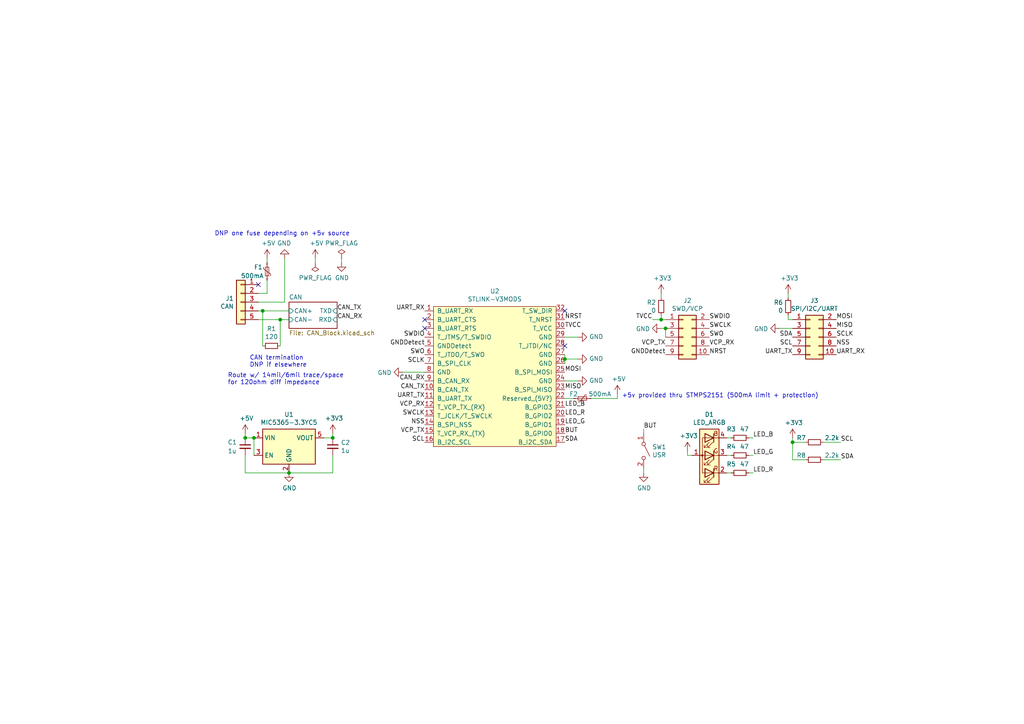
<source format=kicad_sch>
(kicad_sch (version 20211123) (generator eeschema)
  (paper "A4")
  (lib_symbols
    (symbol "Connector_Generic:Conn_01x05" (pin_names (offset 1.016) hide)
      (property "Reference" "J" (at 0 7.62 0))
      (property "Value" "Conn_01x05" (at 0 -7.62 0))
      (symbol "Conn_01x05_1_1"
        (rectangle (start -1.27 -4.953) (end 0 -5.207) (stroke (width 0.1524)))
        (rectangle (start -1.27 -2.413) (end 0 -2.667) (stroke (width 0.1524)))
        (rectangle (start -1.27 0.127) (end 0 -0.127) (stroke (width 0.1524)))
        (rectangle (start -1.27 2.667) (end 0 2.413) (stroke (width 0.1524)))
        (rectangle (start -1.27 5.207) (end 0 4.953) (stroke (width 0.1524)))
        (rectangle (start -1.27 6.35) (end 1.27 -6.35) (stroke (width 0.254)) (fill (type background)))
        (pin passive line (at -5.08 5.08 0) (length 3.81) (name "Pin_1") (number "1"))
        (pin passive line (at -5.08 2.54 0) (length 3.81) (name "Pin_2") (number "2"))
        (pin passive line (at -5.08 0 0) (length 3.81) (name "Pin_3") (number "3"))
        (pin passive line (at -5.08 -2.54 0) (length 3.81) (name "Pin_4") (number "4"))
        (pin passive line (at -5.08 -5.08 0) (length 3.81) (name "Pin_5") (number "5"))
      )
    )
    (symbol "Connector_Generic:Conn_02x05_Odd_Even" (pin_names (offset 1.016) hide)
      (property "Reference" "J" (at 1.27 7.62 0))
      (property "Value" "Conn_02x05_Odd_Even" (at 1.27 -7.62 0))
      (symbol "Conn_02x05_Odd_Even_1_1"
        (rectangle (start -1.27 -4.953) (end 0 -5.207) (stroke (width 0.1524)))
        (rectangle (start -1.27 -2.413) (end 0 -2.667) (stroke (width 0.1524)))
        (rectangle (start -1.27 0.127) (end 0 -0.127) (stroke (width 0.1524)))
        (rectangle (start -1.27 2.667) (end 0 2.413) (stroke (width 0.1524)))
        (rectangle (start -1.27 5.207) (end 0 4.953) (stroke (width 0.1524)))
        (rectangle (start -1.27 6.35) (end 3.81 -6.35) (stroke (width 0.254)) (fill (type background)))
        (rectangle (start 3.81 -4.953) (end 2.54 -5.207) (stroke (width 0.1524)))
        (rectangle (start 3.81 -2.413) (end 2.54 -2.667) (stroke (width 0.1524)))
        (rectangle (start 3.81 0.127) (end 2.54 -0.127) (stroke (width 0.1524)))
        (rectangle (start 3.81 2.667) (end 2.54 2.413) (stroke (width 0.1524)))
        (rectangle (start 3.81 5.207) (end 2.54 4.953) (stroke (width 0.1524)))
        (pin passive line (at -5.08 5.08 0) (length 3.81) (name "Pin_1") (number "1"))
        (pin passive line (at 7.62 -5.08 180) (length 3.81) (name "Pin_10") (number "10"))
        (pin passive line (at 7.62 5.08 180) (length 3.81) (name "Pin_2") (number "2"))
        (pin passive line (at -5.08 2.54 0) (length 3.81) (name "Pin_3") (number "3"))
        (pin passive line (at 7.62 2.54 180) (length 3.81) (name "Pin_4") (number "4"))
        (pin passive line (at -5.08 0 0) (length 3.81) (name "Pin_5") (number "5"))
        (pin passive line (at 7.62 0 180) (length 3.81) (name "Pin_6") (number "6"))
        (pin passive line (at -5.08 -2.54 0) (length 3.81) (name "Pin_7") (number "7"))
        (pin passive line (at 7.62 -2.54 180) (length 3.81) (name "Pin_8") (number "8"))
        (pin passive line (at -5.08 -5.08 0) (length 3.81) (name "Pin_9") (number "9"))
      )
    )
    (symbol "Device:C_Small" (pin_numbers hide) (pin_names (offset 0.254) hide)
      (property "Reference" "C" (at 0.254 1.778 0))
      (property "Value" "C_Small" (at 0.254 -2.032 0))
      (symbol "C_Small_0_1"
        (polyline (pts (xy -1.524 -0.508) (xy 1.524 -0.508)) (stroke (width 0.3302)))
        (polyline (pts (xy -1.524 0.508) (xy 1.524 0.508)) (stroke (width 0.3048)))
      )
      (symbol "C_Small_1_1"
        (pin passive line (at 0 2.54 270) (length 2.032) (name "~") (number "1"))
        (pin passive line (at 0 -2.54 90) (length 2.032) (name "~") (number "2"))
      )
    )
    (symbol "Device:LED_ARGB" (pin_names (offset 0) hide)
      (property "Reference" "D" (at 0 9.398 0))
      (property "Value" "LED_ARGB" (at 0 -8.89 0))
      (symbol "LED_ARGB_0_0"
        (text "B" (at -1.905 -6.35 0) (effects (font (size 1.27 1.27))))
        (text "G" (at -1.905 -1.27 0) (effects (font (size 1.27 1.27))))
        (text "R" (at -1.905 3.81 0) (effects (font (size 1.27 1.27))))
      )
      (symbol "LED_ARGB_0_1"
        (polyline (pts (xy -1.27 -5.08) (xy -2.54 -5.08)))
        (polyline (pts (xy -1.27 -5.08) (xy 1.27 -5.08)))
        (polyline (pts (xy -1.27 -3.81) (xy -1.27 -6.35)) (stroke (width 0.254)))
        (polyline (pts (xy -1.27 0) (xy -2.54 0)))
        (polyline (pts (xy -1.27 1.27) (xy -1.27 -1.27)) (stroke (width 0.254)))
        (polyline (pts (xy -1.27 5.08) (xy -2.54 5.08)))
        (polyline (pts (xy -1.27 5.08) (xy 1.27 5.08)))
        (polyline (pts (xy -1.27 6.35) (xy -1.27 3.81)) (stroke (width 0.254)))
        (polyline (pts (xy 1.27 0) (xy -1.27 0)))
        (polyline (pts (xy 1.27 0) (xy 2.54 0)))
        (polyline (pts (xy -1.27 1.27) (xy -1.27 -1.27) (xy -1.27 -1.27)))
        (polyline (pts (xy -1.27 6.35) (xy -1.27 3.81) (xy -1.27 3.81)))
        (polyline (pts (xy 1.27 -5.08) (xy 2.032 -5.08) (xy 2.032 5.08) (xy 1.27 5.08)))
        (polyline (pts (xy 1.27 -3.81) (xy 1.27 -6.35) (xy -1.27 -5.08) (xy 1.27 -3.81)) (stroke (width 0.254)))
        (polyline (pts (xy 1.27 1.27) (xy 1.27 -1.27) (xy -1.27 0) (xy 1.27 1.27)) (stroke (width 0.254)))
        (polyline (pts (xy 1.27 6.35) (xy 1.27 3.81) (xy -1.27 5.08) (xy 1.27 6.35)) (stroke (width 0.254)))
        (polyline (pts (xy -1.016 -3.81) (xy 0.508 -2.286) (xy -0.254 -2.286) (xy 0.508 -2.286) (xy 0.508 -3.048)))
        (polyline (pts (xy -1.016 1.27) (xy 0.508 2.794) (xy -0.254 2.794) (xy 0.508 2.794) (xy 0.508 2.032)))
        (polyline (pts (xy -1.016 6.35) (xy 0.508 7.874) (xy -0.254 7.874) (xy 0.508 7.874) (xy 0.508 7.112)))
        (polyline (pts (xy 0 -3.81) (xy 1.524 -2.286) (xy 0.762 -2.286) (xy 1.524 -2.286) (xy 1.524 -3.048)))
        (polyline (pts (xy 0 1.27) (xy 1.524 2.794) (xy 0.762 2.794) (xy 1.524 2.794) (xy 1.524 2.032)))
        (polyline (pts (xy 0 6.35) (xy 1.524 7.874) (xy 0.762 7.874) (xy 1.524 7.874) (xy 1.524 7.112)))
        (rectangle (start 1.27 -1.27) (end 1.27 1.27))
        (rectangle (start 1.27 1.27) (end 1.27 1.27))
        (rectangle (start 1.27 3.81) (end 1.27 6.35))
        (rectangle (start 1.27 6.35) (end 1.27 6.35))
        (circle (center 2.032 0) (radius 0.254) (fill (type outline)))
        (rectangle (start 2.794 8.382) (end -2.794 -7.62) (stroke (width 0.254)) (fill (type background)))
      )
      (symbol "LED_ARGB_1_1"
        (pin passive line (at 5.08 0 180) (length 2.54) (name "A") (number "1"))
        (pin passive line (at -5.08 5.08 0) (length 2.54) (name "RK") (number "2"))
        (pin passive line (at -5.08 0 0) (length 2.54) (name "GK") (number "3"))
        (pin passive line (at -5.08 -5.08 0) (length 2.54) (name "BK") (number "4"))
      )
    )
    (symbol "Device:Polyfuse_Small" (pin_numbers hide) (pin_names (offset 0))
      (property "Reference" "F" (at -1.905 0 90))
      (property "Value" "Polyfuse_Small" (at 1.905 0 90))
      (symbol "Polyfuse_Small_0_1"
        (rectangle (start -0.508 1.27) (end 0.508 -1.27))
        (polyline (pts (xy 0 2.54) (xy 0 -2.54)))
        (polyline (pts (xy -1.016 1.27) (xy -1.016 0.762) (xy 1.016 -0.762) (xy 1.016 -1.27)))
      )
      (symbol "Polyfuse_Small_1_1"
        (pin passive line (at 0 2.54 270) (length 0.635) (name "~") (number "1"))
        (pin passive line (at 0 -2.54 90) (length 0.635) (name "~") (number "2"))
      )
    )
    (symbol "Device:R_Small" (pin_numbers hide) (pin_names (offset 0.254) hide)
      (property "Reference" "R" (at 0.762 0.508 0))
      (property "Value" "R_Small" (at 0.762 -1.016 0))
      (symbol "R_Small_0_1"
        (rectangle (start -0.762 1.778) (end 0.762 -1.778) (stroke (width 0.2032)))
      )
      (symbol "R_Small_1_1"
        (pin passive line (at 0 2.54 270) (length 0.762) (name "~") (number "1"))
        (pin passive line (at 0 -2.54 90) (length 0.762) (name "~") (number "2"))
      )
    )
    (symbol "Regulator_Linear:MIC5365-3.3YC5"
      (property "Reference" "U" (at -6.35 6.35 0))
      (property "Value" "MIC5365-3.3YC5" (at 0 6.35 0))
      (symbol "MIC5365-3.3YC5_0_1"
        (rectangle (start -7.62 -5.08) (end 7.62 5.08) (stroke (width 0.254)) (fill (type background)))
      )
      (symbol "MIC5365-3.3YC5_1_1"
        (pin power_in line (at -10.16 2.54 0) (length 2.54) (name "VIN") (number "1"))
        (pin power_in line (at 0 -7.62 90) (length 2.54) (name "GND") (number "2"))
        (pin input line (at -10.16 -2.54 0) (length 2.54) (name "EN") (number "3"))
        (pin no_connect line (at 7.62 -2.54 180) (length 2.54) hide (name "NC") (number "4"))
        (pin power_out line (at 10.16 2.54 180) (length 2.54) (name "VOUT") (number "5"))
      )
    )
    (symbol "Switch:SW_SPST" (pin_names (offset 0) hide)
      (property "Reference" "SW" (at 0 3.175 0))
      (property "Value" "SW_SPST" (at 0 -2.54 0))
      (symbol "SW_SPST_0_0"
        (circle (center -2.032 0) (radius 0.508))
        (polyline (pts (xy -1.524 0.254) (xy 1.524 1.778)))
        (circle (center 2.032 0) (radius 0.508))
      )
      (symbol "SW_SPST_1_1"
        (pin passive line (at -5.08 0 0) (length 2.54) (name "A") (number "1"))
        (pin passive line (at 5.08 0 180) (length 2.54) (name "B") (number "2"))
      )
    )
    (symbol "extraparts:STLINK-V3MODS" (pin_names (offset 1.016))
      (property "Reference" "U" (at -1.27 25.4 0))
      (property "Value" "STLINK-V3MODS" (at 0 22.86 0))
      (symbol "STLINK-V3MODS_0_1"
        (rectangle (start -17.78 20.32) (end 17.78 -20.32) (fill (type background)))
      )
      (symbol "STLINK-V3MODS_1_1"
        (pin input line (at -20.32 19.05 0) (length 2.54) (name "B_UART_RX") (number "1"))
        (pin output line (at -20.32 -3.81 0) (length 2.54) (name "B_CAN_TX") (number "10"))
        (pin output line (at -20.32 -6.35 0) (length 2.54) (name "B_UART_TX") (number "11"))
        (pin input line (at -20.32 -8.89 0) (length 2.54) (name "T_VCP_TX_(RX)") (number "12"))
        (pin output line (at -20.32 -11.43 0) (length 2.54) (name "T_JCLK/T_SWCLK") (number "13"))
        (pin bidirectional line (at -20.32 -13.97 0) (length 2.54) (name "B_SPI_NSS") (number "14"))
        (pin output line (at -20.32 -16.51 0) (length 2.54) (name "T_VCP_RX_(TX)") (number "15"))
        (pin output line (at -20.32 -19.05 0) (length 2.54) (name "B_I2C_SCL") (number "16"))
        (pin bidirectional line (at 20.32 -19.05 180) (length 2.54) (name "B_I2C_SDA") (number "17"))
        (pin bidirectional line (at 20.32 -16.51 180) (length 2.54) (name "B_GPIO0") (number "18"))
        (pin bidirectional line (at 20.32 -13.97 180) (length 2.54) (name "B_GPIO1") (number "19"))
        (pin input line (at -20.32 16.51 0) (length 2.54) (name "B_UART_CTS") (number "2"))
        (pin bidirectional line (at 20.32 -11.43 180) (length 2.54) (name "B_GPIO2") (number "20"))
        (pin bidirectional line (at 20.32 -8.89 180) (length 2.54) (name "B_GPIO3") (number "21"))
        (pin passive line (at 20.32 -6.35 180) (length 2.54) (name "Reserved_(5V?)") (number "22"))
        (pin bidirectional line (at 20.32 -3.81 180) (length 2.54) (name "B_SPI_MISO") (number "23"))
        (pin power_in line (at 20.32 -1.27 180) (length 2.54) (name "GND") (number "24"))
        (pin bidirectional line (at 20.32 1.27 180) (length 2.54) (name "B_SPI_MOSI") (number "25"))
        (pin power_in line (at 20.32 3.81 180) (length 2.54) (name "GND") (number "26"))
        (pin power_in line (at 20.32 6.35 180) (length 2.54) (name "GND") (number "27"))
        (pin output line (at 20.32 8.89 180) (length 2.54) (name "T_JTDI/NC") (number "28"))
        (pin power_in line (at 20.32 11.43 180) (length 2.54) (name "GND") (number "29"))
        (pin output line (at -20.32 13.97 0) (length 2.54) (name "B_UART_RTS") (number "3"))
        (pin input line (at 20.32 13.97 180) (length 2.54) (name "T_VCC") (number "30"))
        (pin output line (at 20.32 16.51 180) (length 2.54) (name "T_NRST") (number "31"))
        (pin output line (at 20.32 19.05 180) (length 2.54) (name "T_SW_DIR") (number "32"))
        (pin output line (at -20.32 11.43 0) (length 2.54) (name "T_JTMS/T_SWDIO") (number "4"))
        (pin input line (at -20.32 8.89 0) (length 2.54) (name "GNDDetect") (number "5"))
        (pin input line (at -20.32 6.35 0) (length 2.54) (name "T_JTDO/T_SWO") (number "6"))
        (pin bidirectional line (at -20.32 3.81 0) (length 2.54) (name "B_SPI_CLK") (number "7"))
        (pin power_in line (at -20.32 1.27 0) (length 2.54) (name "GND") (number "8"))
        (pin input line (at -20.32 -1.27 0) (length 2.54) (name "B_CAN_RX") (number "9"))
      )
    )
    (symbol "power:+3V3" (power) (pin_names (offset 0))
      (property "Value" "+3V3" (at 0 3.556 0))
      (symbol "+3V3_0_1"
        (polyline (pts (xy -0.762 1.27) (xy 0 2.54)))
        (polyline (pts (xy 0 0) (xy 0 2.54)))
        (polyline (pts (xy 0 2.54) (xy 0.762 1.27)))
      )
      (symbol "+3V3_1_1"
        (pin power_in line (at 0 0 90) (length 0) hide (name "+3V3") (number "1"))
      )
    )
    (symbol "power:+5V" (power) (pin_names (offset 0))
      (property "Value" "+5V" (at 0 3.556 0))
      (symbol "+5V_0_1"
        (polyline (pts (xy -0.762 1.27) (xy 0 2.54)))
        (polyline (pts (xy 0 0) (xy 0 2.54)))
        (polyline (pts (xy 0 2.54) (xy 0.762 1.27)))
      )
      (symbol "+5V_1_1"
        (pin power_in line (at 0 0 90) (length 0) hide (name "+5V") (number "1"))
      )
    )
    (symbol "power:GND" (power) (pin_names (offset 0))
      (property "Value" "GND" (at 0 -3.81 0))
      (symbol "GND_0_1"
        (polyline (pts (xy 0 0) (xy 0 -1.27) (xy 1.27 -1.27) (xy 0 -2.54) (xy -1.27 -1.27) (xy 0 -1.27)))
      )
      (symbol "GND_1_1"
        (pin power_in line (at 0 0 270) (length 0) hide (name "GND") (number "1"))
      )
    )
    (symbol "power:PWR_FLAG" (power) (pin_numbers hide) (pin_names (offset 0) hide)
      (property "Value" "PWR_FLAG" (at 0 3.81 0))
      (symbol "PWR_FLAG_0_0"
        (pin power_out line (at 0 0 90) (length 0) (name "pwr") (number "1"))
      )
      (symbol "PWR_FLAG_0_1"
        (polyline (pts (xy 0 0) (xy 0 1.27) (xy -1.016 1.905) (xy 0 2.54) (xy 1.016 1.905) (xy 0 1.27)))
      )
    )
  )
  (junction (at 193.04 95.25))
  (junction (at 81.28 92.71))
  (junction (at 76.2 90.17))
  (junction (at 163.83 104.14))
  (junction (at 73.66 127))
  (junction (at 71.12 127))
  (junction (at 96.52 127))
  (junction (at 229.87 128.27))
  (junction (at 191.77 92.71))
  (junction (at 83.82 137.16))
  (no_connect (at 163.83 100.33))
  (no_connect (at 123.19 92.71))
  (no_connect (at 163.83 90.17))
  (no_connect (at 123.19 95.25))
  (no_connect (at 74.93 82.55))
  (wire (pts (xy 163.83 104.14) (xy 163.83 102.87)))
  (wire (pts (xy 186.69 124.46) (xy 186.69 125.73)))
  (wire (pts (xy 171.45 115.57) (xy 179.07 115.57)))
  (wire (pts (xy 76.2 90.17) (xy 83.82 90.17)))
  (wire (pts (xy 77.47 85.09) (xy 77.47 81.28)))
  (wire (pts (xy 243.84 133.35) (xy 238.76 133.35)))
  (wire (pts (xy 191.77 91.44) (xy 191.77 92.71)))
  (wire (pts (xy 163.83 97.79) (xy 167.64 97.79)))
  (wire (pts (xy 163.83 105.41) (xy 163.83 104.14)))
  (wire (pts (xy 96.52 137.16) (xy 96.52 132.08)))
  (wire (pts (xy 189.23 92.71) (xy 191.77 92.71)))
  (wire (pts (xy 228.6 85.09) (xy 228.6 86.36)))
  (wire (pts (xy 82.55 87.63) (xy 82.55 74.93)))
  (wire (pts (xy 77.47 76.2) (xy 77.47 74.93)))
  (wire (pts (xy 229.87 127) (xy 229.87 128.27)))
  (wire (pts (xy 96.52 127) (xy 93.98 127)))
  (wire (pts (xy 96.52 127) (xy 96.52 125.73)))
  (wire (pts (xy 199.39 132.08) (xy 200.66 132.08)))
  (wire (pts (xy 83.82 137.16) (xy 96.52 137.16)))
  (wire (pts (xy 123.19 107.95) (xy 116.84 107.95)))
  (wire (pts (xy 229.87 133.35) (xy 233.68 133.35)))
  (wire (pts (xy 210.82 137.16) (xy 212.09 137.16)))
  (wire (pts (xy 191.77 95.25) (xy 193.04 95.25)))
  (wire (pts (xy 191.77 85.09) (xy 191.77 86.36)))
  (wire (pts (xy 193.04 97.79) (xy 193.04 95.25)))
  (wire (pts (xy 191.77 92.71) (xy 193.04 92.71)))
  (wire (pts (xy 83.82 92.71) (xy 81.28 92.71)))
  (wire (pts (xy 217.17 127) (xy 218.44 127)))
  (wire (pts (xy 91.44 74.93) (xy 91.44 76.2)))
  (wire (pts (xy 228.6 91.44) (xy 228.6 92.71)))
  (wire (pts (xy 217.17 137.16) (xy 218.44 137.16)))
  (wire (pts (xy 233.68 128.27) (xy 229.87 128.27)))
  (wire (pts (xy 81.28 92.71) (xy 74.93 92.71)))
  (wire (pts (xy 210.82 132.08) (xy 212.09 132.08)))
  (wire (pts (xy 83.82 137.16) (xy 71.12 137.16)))
  (wire (pts (xy 81.28 100.33) (xy 81.28 92.71)))
  (wire (pts (xy 74.93 90.17) (xy 76.2 90.17)))
  (wire (pts (xy 71.12 127) (xy 71.12 125.73)))
  (wire (pts (xy 229.87 128.27) (xy 229.87 133.35)))
  (wire (pts (xy 186.69 137.16) (xy 186.69 135.89)))
  (wire (pts (xy 166.37 115.57) (xy 163.83 115.57)))
  (wire (pts (xy 228.6 92.71) (xy 229.87 92.71)))
  (wire (pts (xy 179.07 115.57) (xy 179.07 114.3)))
  (wire (pts (xy 163.83 104.14) (xy 167.64 104.14)))
  (wire (pts (xy 76.2 100.33) (xy 76.2 90.17)))
  (wire (pts (xy 99.06 74.93) (xy 99.06 76.2)))
  (wire (pts (xy 74.93 87.63) (xy 82.55 87.63)))
  (wire (pts (xy 73.66 132.08) (xy 73.66 127)))
  (wire (pts (xy 210.82 127) (xy 212.09 127)))
  (wire (pts (xy 199.39 130.81) (xy 199.39 132.08)))
  (wire (pts (xy 163.83 110.49) (xy 167.64 110.49)))
  (wire (pts (xy 238.76 128.27) (xy 243.84 128.27)))
  (wire (pts (xy 74.93 85.09) (xy 77.47 85.09)))
  (wire (pts (xy 71.12 137.16) (xy 71.12 132.08)))
  (wire (pts (xy 226.06 95.25) (xy 229.87 95.25)))
  (wire (pts (xy 217.17 132.08) (xy 218.44 132.08)))
  (wire (pts (xy 71.12 127) (xy 73.66 127)))
  (text "+5v provided thru STMPS2151 (500mA limit + protection)" (at 180.34 115.57 0) (effects (font (size 1.27 1.27)) (justify left bottom)))
  (text "DNP one fuse depending on +5v source" (at 62.23 68.58 0) (effects (font (size 1.27 1.27)) (justify left bottom)))
  (text "Route w/ 14mil/6mil trace/space \nfor 120ohm diff impedance" (at 66.04 111.76 0) (effects (font (size 1.27 1.27)) (justify left bottom)))
  (text "CAN termination\nDNP if elsewhere" (at 72.39 106.68 0) (effects (font (size 1.27 1.27)) (justify left bottom)))
  (label "BUT" (at 186.69 124.46 0))
  (label "SCL" (at 229.87 100.33 180))
  (label "MOSI" (at 242.57 92.71 0))
  (label "SCL" (at 243.84 128.27 0))
  (label "TVCC" (at 163.83 95.25 0))
  (label "SWCLK" (at 205.74 95.25 0))
  (label "VCP_TX" (at 123.19 125.73 180))
  (label "SWDIO" (at 205.74 92.71 0))
  (label "SWCLK" (at 123.19 120.65 180))
  (label "SCLK" (at 242.57 97.79 0))
  (label "NRST" (at 163.83 92.71 0))
  (label "CAN_RX" (at 123.19 110.49 180))
  (label "GNDDetect" (at 123.19 100.33 180))
  (label "SDA" (at 163.83 128.27 0))
  (label "CAN_TX" (at 97.79 90.17 0))
  (label "UART_RX" (at 242.57 102.87 0))
  (label "NRST" (at 205.74 102.87 0))
  (label "GNDDetect" (at 193.04 102.87 180))
  (label "LED_G" (at 163.83 123.19 0))
  (label "NSS" (at 242.57 100.33 0))
  (label "CAN_TX" (at 123.19 113.03 180))
  (label "SDA" (at 229.87 97.79 180))
  (label "UART_TX" (at 229.87 102.87 180))
  (label "SDA" (at 243.84 133.35 0))
  (label "SWO" (at 205.74 97.79 0))
  (label "SCLK" (at 123.19 105.41 180))
  (label "SWDIO" (at 123.19 97.79 180))
  (label "TVCC" (at 189.23 92.71 180))
  (label "LED_G" (at 218.44 132.08 0))
  (label "MISO" (at 242.57 95.25 0))
  (label "BUT" (at 163.83 125.73 0))
  (label "LED_R" (at 163.83 120.65 0))
  (label "CAN_RX" (at 97.79 92.71 0))
  (label "LED_B" (at 163.83 118.11 0))
  (label "MISO" (at 163.83 113.03 0))
  (label "SCL" (at 123.19 128.27 180))
  (label "VCP_RX" (at 123.19 118.11 180))
  (label "VCP_TX" (at 193.04 100.33 180))
  (label "LED_R" (at 218.44 137.16 0))
  (label "MOSI" (at 163.83 107.95 0))
  (label "LED_B" (at 218.44 127 0))
  (label "SWO" (at 123.19 102.87 180))
  (label "UART_RX" (at 123.19 90.17 180))
  (label "UART_TX" (at 123.19 115.57 180))
  (label "VCP_RX" (at 205.74 100.33 0))
  (label "NSS" (at 123.19 123.19 180))
  (symbol (lib_id "Device:LED_ARGB") (at 205.74 132.08 180) (unit 1)
    (property "Reference" "D1" (at 205.74 120.2182 0))
    (property "Value" "LED_ARGB" (at 205.74 122.5296 0))
    (property "Footprint" "LED_SMD:LED_Cree-PLCC4_2x2mm_CW" (effects hide))
  )
  (symbol (lib_id "Device:R_Small") (at 214.63 127 270) (unit 1)
    (property "Reference" "R3" (at 212.09 124.46 90))
    (property "Value" "47" (at 215.9 124.46 90))
    (property "Footprint" "Resistor_SMD:R_0603_1608Metric" (effects hide))
  )
  (symbol (lib_id "Device:R_Small") (at 214.63 132.08 270) (unit 1)
    (property "Reference" "R4" (at 212.09 129.54 90))
    (property "Value" "47" (at 215.9 129.54 90))
    (property "Footprint" "Resistor_SMD:R_0603_1608Metric" (effects hide))
  )
  (symbol (lib_id "Device:R_Small") (at 214.63 137.16 270) (unit 1)
    (property "Reference" "R5" (at 212.09 134.62 90))
    (property "Value" "47" (at 215.9 134.62 90))
    (property "Footprint" "Resistor_SMD:R_0603_1608Metric" (effects hide))
  )
  (symbol (lib_id "power:+3V3") (at 199.39 130.81 0) (unit 1)
    (property "Reference" "#PWR014" (effects hide))
    (property "Value" "+3V3" (at 199.771 126.4158 0))
  )
  (symbol (lib_id "Connector_Generic:Conn_01x05") (at 69.85 87.63 0) (mirror y) (unit 1)
    (property "Reference" "J1" (at 67.818 86.5632 0) (effects (justify left)))
    (property "Value" "CAN" (at 67.818 88.8746 0) (effects (justify left)))
    (property "Footprint" "extraparts:Molex_DuraClik_RH_5pin" (effects hide))
  )
  (symbol (lib_id "power:+5V") (at 77.47 74.93 0) (unit 1)
    (property "Reference" "#PWR02" (effects hide))
    (property "Value" "+5V" (at 77.851 70.5358 0))
  )
  (symbol (lib_id "power:GND") (at 82.55 74.93 180) (unit 1)
    (property "Reference" "#PWR03" (effects hide))
    (property "Value" "GND" (at 82.423 70.5358 0))
  )
  (symbol (lib_id "Switch:SW_SPST") (at 186.69 130.81 270) (unit 1)
    (property "Reference" "SW1" (at 189.1792 129.6416 90) (effects (justify left)))
    (property "Value" "USR" (at 189.1792 131.953 90) (effects (justify left)))
    (property "Footprint" "Button_Switch_SMD:SW_SPST_PTS810" (effects hide))
  )
  (symbol (lib_id "power:GND") (at 186.69 137.16 0) (unit 1)
    (property "Reference" "#PWR011" (effects hide))
    (property "Value" "GND" (at 186.817 141.5542 0))
  )
  (symbol (lib_id "extraparts:STLINK-V3MODS") (at 143.51 109.22 0) (unit 1)
    (property "Reference" "U2" (at 143.51 84.455 0))
    (property "Value" "STLINK-V3MODS" (at 143.51 86.7664 0))
    (property "Footprint" "extraparts:STLINK-V3MODS" (effects hide))
  )
  (symbol (lib_id "Connector_Generic:Conn_02x05_Odd_Even") (at 234.95 97.79 0) (unit 1)
    (property "Reference" "J3" (at 236.22 87.1982 0))
    (property "Value" "SPI/I2C/UART" (at 236.22 89.5096 0))
    (property "Footprint" "Connector_PinHeader_1.27mm:PinHeader_2x05_P1.27mm_Vertical_SMD" (effects hide))
  )
  (symbol (lib_id "Connector_Generic:Conn_02x05_Odd_Even") (at 198.12 97.79 0) (unit 1)
    (property "Reference" "J2" (at 199.39 87.1982 0))
    (property "Value" "SWD/VCP" (at 199.39 89.5096 0))
    (property "Footprint" "Connector_PinHeader_1.27mm:PinHeader_2x05_P1.27mm_Vertical_SMD" (effects hide))
  )
  (symbol (lib_id "power:GND") (at 116.84 107.95 270) (unit 1)
    (property "Reference" "#PWR06" (effects hide))
    (property "Value" "GND" (at 113.5888 108.077 90) (effects (justify right)))
  )
  (symbol (lib_id "power:GND") (at 167.64 110.49 90) (unit 1)
    (property "Reference" "#PWR09" (effects hide))
    (property "Value" "GND" (at 170.8912 110.363 90) (effects (justify right)))
  )
  (symbol (lib_id "power:GND") (at 167.64 104.14 90) (unit 1)
    (property "Reference" "#PWR08" (effects hide))
    (property "Value" "GND" (at 170.8912 104.013 90) (effects (justify right)))
  )
  (symbol (lib_id "power:GND") (at 167.64 97.79 90) (unit 1)
    (property "Reference" "#PWR07" (effects hide))
    (property "Value" "GND" (at 170.8912 97.663 90) (effects (justify right)))
  )
  (symbol (lib_id "Device:Polyfuse_Small") (at 168.91 115.57 270) (unit 1)
    (property "Reference" "F2" (at 166.37 114.3 90))
    (property "Value" "500mA" (at 173.99 114.3 90))
    (property "Footprint" "Fuse:Fuse_1206_3216Metric" (effects hide))
  )
  (symbol (lib_id "Device:Polyfuse_Small") (at 77.47 78.74 0) (unit 1)
    (property "Reference" "F1" (at 73.66 77.47 0) (effects (justify left)))
    (property "Value" "500mA" (at 69.85 80.01 0) (effects (justify left)))
    (property "Footprint" "Fuse:Fuse_1206_3216Metric" (effects hide))
  )
  (symbol (lib_id "power:+5V") (at 179.07 114.3 0) (unit 1)
    (property "Reference" "#PWR010" (effects hide))
    (property "Value" "+5V" (at 179.451 109.9058 0))
  )
  (symbol (lib_id "Device:R_Small") (at 78.74 100.33 270) (unit 1)
    (property "Reference" "R1" (at 78.74 95.3516 90))
    (property "Value" "120" (at 78.74 97.663 90))
    (property "Footprint" "Resistor_SMD:R_0603_1608Metric" (effects hide))
  )
  (symbol (lib_id "Regulator_Linear:MIC5365-3.3YC5") (at 83.82 129.54 0) (unit 1)
    (property "Reference" "U1" (at 83.82 120.2182 0))
    (property "Value" "MIC5365-3.3YC5" (at 83.82 122.5296 0))
    (property "Footprint" "Package_TO_SOT_SMD:SOT-353_SC-70-5" (effects hide))
    (property "Datasheet" "http://ww1.microchip.com/downloads/en/DeviceDoc/mic5365.pdf" (effects hide))
  )
  (symbol (lib_id "power:+5V") (at 71.12 125.73 0) (unit 1)
    (property "Reference" "#PWR01" (effects hide))
    (property "Value" "+5V" (at 71.501 121.3358 0))
  )
  (symbol (lib_id "Device:C_Small") (at 71.12 129.54 0) (unit 1)
    (property "Reference" "C1" (at 66.04 128.27 0) (effects (justify left)))
    (property "Value" "1u" (at 66.04 130.81 0) (effects (justify left)))
    (property "Footprint" "Capacitor_SMD:C_0603_1608Metric" (effects hide))
  )
  (symbol (lib_id "Device:C_Small") (at 96.52 129.54 0) (unit 1)
    (property "Reference" "C2" (at 98.8568 128.3716 0) (effects (justify left)))
    (property "Value" "1u" (at 98.8568 130.683 0) (effects (justify left)))
    (property "Footprint" "Capacitor_SMD:C_0603_1608Metric" (effects hide))
  )
  (symbol (lib_id "power:+3V3") (at 96.52 125.73 0) (unit 1)
    (property "Reference" "#PWR05" (effects hide))
    (property "Value" "+3V3" (at 96.901 121.3358 0))
  )
  (symbol (lib_id "power:GND") (at 83.82 137.16 0) (unit 1)
    (property "Reference" "#PWR04" (effects hide))
    (property "Value" "GND" (at 83.947 141.5542 0))
  )
  (symbol (lib_id "power:+3V3") (at 191.77 85.09 0) (unit 1)
    (property "Reference" "#PWR012" (effects hide))
    (property "Value" "+3V3" (at 192.151 80.6958 0))
  )
  (symbol (lib_id "Device:R_Small") (at 191.77 88.9 0) (mirror x) (unit 1)
    (property "Reference" "R2" (at 190.2968 87.7316 0) (effects (justify right)))
    (property "Value" "0" (at 190.2968 90.043 0) (effects (justify right)))
    (property "Footprint" "Resistor_SMD:R_0603_1608Metric" (effects hide))
  )
  (symbol (lib_id "power:GND") (at 191.77 95.25 270) (unit 1)
    (property "Reference" "#PWR013" (effects hide))
    (property "Value" "GND" (at 188.5188 95.377 90) (effects (justify right)))
  )
  (symbol (lib_id "Device:R_Small") (at 228.6 88.9 0) (mirror x) (unit 1)
    (property "Reference" "R6" (at 227.1268 87.7316 0) (effects (justify right)))
    (property "Value" "0" (at 227.1268 90.043 0) (effects (justify right)))
    (property "Footprint" "Resistor_SMD:R_0603_1608Metric" (effects hide))
  )
  (symbol (lib_id "power:+3V3") (at 228.6 85.09 0) (unit 1)
    (property "Reference" "#PWR016" (effects hide))
    (property "Value" "+3V3" (at 228.981 80.6958 0))
  )
  (symbol (lib_id "Device:R_Small") (at 236.22 128.27 270) (unit 1)
    (property "Reference" "R7" (at 232.41 127 90))
    (property "Value" "2.2k" (at 241.3 127 90))
    (property "Footprint" "Resistor_SMD:R_0603_1608Metric" (effects hide))
  )
  (symbol (lib_id "Device:R_Small") (at 236.22 133.35 270) (unit 1)
    (property "Reference" "R8" (at 232.41 132.08 90))
    (property "Value" "2.2k" (at 241.3 132.08 90))
    (property "Footprint" "Resistor_SMD:R_0603_1608Metric" (effects hide))
  )
  (symbol (lib_id "power:+3V3") (at 229.87 127 0) (unit 1)
    (property "Reference" "#PWR017" (effects hide))
    (property "Value" "+3V3" (at 230.251 122.6058 0))
  )
  (symbol (lib_id "power:GND") (at 226.06 95.25 270) (unit 1)
    (property "Reference" "#PWR015" (effects hide))
    (property "Value" "GND" (at 222.8088 95.377 90) (effects (justify right)))
  )
  (symbol (lib_id "power:PWR_FLAG") (at 91.44 76.2 180) (unit 1)
    (property "Reference" "#FLG0101" (effects hide))
    (property "Value" "PWR_FLAG" (at 91.44 80.5942 0))
  )
  (symbol (lib_id "power:+5V") (at 91.44 74.93 0) (unit 1)
    (property "Reference" "#PWR0101" (effects hide))
    (property "Value" "+5V" (at 91.821 70.5358 0))
  )
  (symbol (lib_id "power:GND") (at 99.06 76.2 0) (unit 1)
    (property "Reference" "#PWR0102" (effects hide))
    (property "Value" "GND" (at 99.187 80.5942 0))
  )
  (symbol (lib_id "power:PWR_FLAG") (at 99.06 74.93 0) (unit 1)
    (property "Reference" "#FLG0102" (effects hide))
    (property "Value" "PWR_FLAG" (at 99.06 70.5358 0))
  )
  (sheet (at 83.82 87.63) (size 13.97 7.62)
    (property "Sheet name" "CAN" (at 83.82 86.9184 0) (effects (justify left bottom)))
    (property "Sheet file" "CAN_Block.kicad_sch" (at 83.82 95.8346 0) (effects (justify left top)))
    (pin "TXD" input (at 97.79 90.17 0))
    (pin "RXD" input (at 97.79 92.71 0))
    (pin "CAN+" input (at 83.82 90.17 180))
    (pin "CAN-" input (at 83.82 92.71 180))
  )
)
</source>
